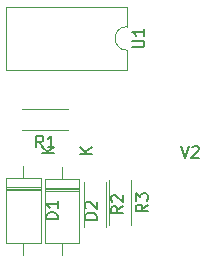
<source format=gto>
G04 #@! TF.GenerationSoftware,KiCad,Pcbnew,5.1.2-1.fc30*
G04 #@! TF.CreationDate,2019-07-15T00:46:44+02:00*
G04 #@! TF.ProjectId,BadUSB,42616455-5342-42e6-9b69-6361645f7063,rev?*
G04 #@! TF.SameCoordinates,Original*
G04 #@! TF.FileFunction,Legend,Top*
G04 #@! TF.FilePolarity,Positive*
%FSLAX46Y46*%
G04 Gerber Fmt 4.6, Leading zero omitted, Abs format (unit mm)*
G04 Created by KiCad (PCBNEW 5.1.2-1.fc30) date 2019-07-15 00:46:44*
%MOMM*%
%LPD*%
G04 APERTURE LIST*
%ADD10C,0.150000*%
%ADD11C,0.120000*%
G04 APERTURE END LIST*
D10*
X91515476Y-45477380D02*
X91848809Y-46477380D01*
X92182142Y-45477380D01*
X92467857Y-45572619D02*
X92515476Y-45525000D01*
X92610714Y-45477380D01*
X92848809Y-45477380D01*
X92944047Y-45525000D01*
X92991666Y-45572619D01*
X93039285Y-45667857D01*
X93039285Y-45763095D01*
X92991666Y-45905952D01*
X92420238Y-46477380D01*
X93039285Y-46477380D01*
D11*
X81940000Y-42300000D02*
X78100000Y-42300000D01*
X81940000Y-44140000D02*
X78100000Y-44140000D01*
X83330000Y-48490000D02*
X83330000Y-52330000D01*
X85170000Y-48490000D02*
X85170000Y-52330000D01*
X85420000Y-48340000D02*
X85420000Y-52180000D01*
X87260000Y-48340000D02*
X87260000Y-52180000D01*
X79660000Y-48980000D02*
X76720000Y-48980000D01*
X79660000Y-49220000D02*
X76720000Y-49220000D01*
X79660000Y-49100000D02*
X76720000Y-49100000D01*
X78190000Y-54660000D02*
X78190000Y-53640000D01*
X78190000Y-47180000D02*
X78190000Y-48200000D01*
X79660000Y-53640000D02*
X79660000Y-48200000D01*
X76720000Y-53640000D02*
X79660000Y-53640000D01*
X76720000Y-48200000D02*
X76720000Y-53640000D01*
X79660000Y-48200000D02*
X76720000Y-48200000D01*
X86960000Y-39010000D02*
X86960000Y-37360000D01*
X76680000Y-39010000D02*
X86960000Y-39010000D01*
X76680000Y-33710000D02*
X76680000Y-39010000D01*
X86960000Y-33710000D02*
X76680000Y-33710000D01*
X86960000Y-35360000D02*
X86960000Y-33710000D01*
X86960000Y-37360000D02*
G75*
G02X86960000Y-35360000I0J1000000D01*
G01*
X82930000Y-49020000D02*
X79990000Y-49020000D01*
X82930000Y-49260000D02*
X79990000Y-49260000D01*
X82930000Y-49140000D02*
X79990000Y-49140000D01*
X81460000Y-54700000D02*
X81460000Y-53680000D01*
X81460000Y-47220000D02*
X81460000Y-48240000D01*
X82930000Y-53680000D02*
X82930000Y-48240000D01*
X79990000Y-53680000D02*
X82930000Y-53680000D01*
X79990000Y-48240000D02*
X79990000Y-53680000D01*
X82930000Y-48240000D02*
X79990000Y-48240000D01*
D10*
X79853333Y-45592380D02*
X79520000Y-45116190D01*
X79281904Y-45592380D02*
X79281904Y-44592380D01*
X79662857Y-44592380D01*
X79758095Y-44640000D01*
X79805714Y-44687619D01*
X79853333Y-44782857D01*
X79853333Y-44925714D01*
X79805714Y-45020952D01*
X79758095Y-45068571D01*
X79662857Y-45116190D01*
X79281904Y-45116190D01*
X80805714Y-45592380D02*
X80234285Y-45592380D01*
X80520000Y-45592380D02*
X80520000Y-44592380D01*
X80424761Y-44735238D01*
X80329523Y-44830476D01*
X80234285Y-44878095D01*
X86622380Y-50576666D02*
X86146190Y-50910000D01*
X86622380Y-51148095D02*
X85622380Y-51148095D01*
X85622380Y-50767142D01*
X85670000Y-50671904D01*
X85717619Y-50624285D01*
X85812857Y-50576666D01*
X85955714Y-50576666D01*
X86050952Y-50624285D01*
X86098571Y-50671904D01*
X86146190Y-50767142D01*
X86146190Y-51148095D01*
X85717619Y-50195714D02*
X85670000Y-50148095D01*
X85622380Y-50052857D01*
X85622380Y-49814761D01*
X85670000Y-49719523D01*
X85717619Y-49671904D01*
X85812857Y-49624285D01*
X85908095Y-49624285D01*
X86050952Y-49671904D01*
X86622380Y-50243333D01*
X86622380Y-49624285D01*
X88712380Y-50426666D02*
X88236190Y-50760000D01*
X88712380Y-50998095D02*
X87712380Y-50998095D01*
X87712380Y-50617142D01*
X87760000Y-50521904D01*
X87807619Y-50474285D01*
X87902857Y-50426666D01*
X88045714Y-50426666D01*
X88140952Y-50474285D01*
X88188571Y-50521904D01*
X88236190Y-50617142D01*
X88236190Y-50998095D01*
X87712380Y-50093333D02*
X87712380Y-49474285D01*
X88093333Y-49807619D01*
X88093333Y-49664761D01*
X88140952Y-49569523D01*
X88188571Y-49521904D01*
X88283809Y-49474285D01*
X88521904Y-49474285D01*
X88617142Y-49521904D01*
X88664761Y-49569523D01*
X88712380Y-49664761D01*
X88712380Y-49950476D01*
X88664761Y-50045714D01*
X88617142Y-50093333D01*
X81112380Y-51658095D02*
X80112380Y-51658095D01*
X80112380Y-51420000D01*
X80160000Y-51277142D01*
X80255238Y-51181904D01*
X80350476Y-51134285D01*
X80540952Y-51086666D01*
X80683809Y-51086666D01*
X80874285Y-51134285D01*
X80969523Y-51181904D01*
X81064761Y-51277142D01*
X81112380Y-51420000D01*
X81112380Y-51658095D01*
X81112380Y-50134285D02*
X81112380Y-50705714D01*
X81112380Y-50420000D02*
X80112380Y-50420000D01*
X80255238Y-50515238D01*
X80350476Y-50610476D01*
X80398095Y-50705714D01*
X80742380Y-46101904D02*
X79742380Y-46101904D01*
X80742380Y-45530476D02*
X80170952Y-45959047D01*
X79742380Y-45530476D02*
X80313809Y-46101904D01*
X87412380Y-37121904D02*
X88221904Y-37121904D01*
X88317142Y-37074285D01*
X88364761Y-37026666D01*
X88412380Y-36931428D01*
X88412380Y-36740952D01*
X88364761Y-36645714D01*
X88317142Y-36598095D01*
X88221904Y-36550476D01*
X87412380Y-36550476D01*
X88412380Y-35550476D02*
X88412380Y-36121904D01*
X88412380Y-35836190D02*
X87412380Y-35836190D01*
X87555238Y-35931428D01*
X87650476Y-36026666D01*
X87698095Y-36121904D01*
X84382380Y-51698095D02*
X83382380Y-51698095D01*
X83382380Y-51460000D01*
X83430000Y-51317142D01*
X83525238Y-51221904D01*
X83620476Y-51174285D01*
X83810952Y-51126666D01*
X83953809Y-51126666D01*
X84144285Y-51174285D01*
X84239523Y-51221904D01*
X84334761Y-51317142D01*
X84382380Y-51460000D01*
X84382380Y-51698095D01*
X83477619Y-50745714D02*
X83430000Y-50698095D01*
X83382380Y-50602857D01*
X83382380Y-50364761D01*
X83430000Y-50269523D01*
X83477619Y-50221904D01*
X83572857Y-50174285D01*
X83668095Y-50174285D01*
X83810952Y-50221904D01*
X84382380Y-50793333D01*
X84382380Y-50174285D01*
X84012380Y-46141904D02*
X83012380Y-46141904D01*
X84012380Y-45570476D02*
X83440952Y-45999047D01*
X83012380Y-45570476D02*
X83583809Y-46141904D01*
M02*

</source>
